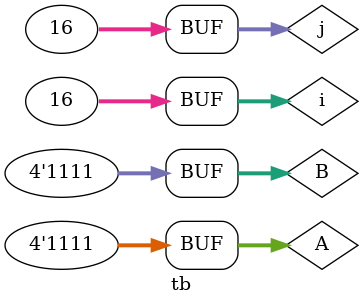
<source format=sv>
`timescale 1ns/1ps
module tb;

    reg [3:0] A, B;  // 4-bit inputs
    wire [7:0] P;    // 8-bit output
    integer i, j;

    // Instantiate the Wallace Tree Multiplier module
    wallace_4bit dut (A, B, P);

    initial begin
        $monitor($time, "ns\t A=%b, B=%b | P=%b (%d)", A, B, P, P);
        
        for (i = 0; i < 16; i = i + 1) begin
            for (j = 0; j < 16; j = j + 1) begin
                A = i;
                B = j;
                #5;
            end
        end
    end

    initial begin
        $dumpfile("wallace_4bit.vcd");
        $dumpvars(1, dut);
    end

endmodule

</source>
